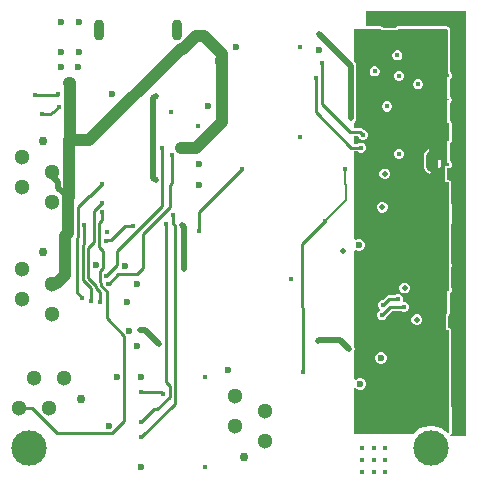
<source format=gbr>
%TF.GenerationSoftware,Altium Limited,Altium Designer,22.10.1 (41)*%
G04 Layer_Physical_Order=4*
G04 Layer_Color=16711680*
%FSLAX45Y45*%
%MOMM*%
%TF.SameCoordinates,8EF9DDD9-B046-4884-B7CB-8C41A3A7CB5C*%
%TF.FilePolarity,Positive*%
%TF.FileFunction,Copper,L4,Bot,Signal*%
%TF.Part,Single*%
G01*
G75*
%TA.AperFunction,Conductor*%
%ADD10C,0.25400*%
%TA.AperFunction,SMDPad,CuDef*%
%ADD11R,0.81000X0.99000*%
%ADD33R,0.99000X0.81000*%
%TA.AperFunction,Conductor*%
%ADD43C,0.50000*%
%ADD45C,0.20000*%
%TA.AperFunction,ComponentPad*%
%ADD46C,1.30000*%
%ADD47C,0.75000*%
%TA.AperFunction,WasherPad*%
%ADD48C,3.00000*%
%TA.AperFunction,SMDPad,CuDef*%
%ADD49C,3.00000*%
%TA.AperFunction,ComponentPad*%
%ADD50O,0.90000X1.80000*%
%TA.AperFunction,ViaPad*%
%ADD51C,0.45000*%
%ADD52C,0.50000*%
%ADD53C,0.60000*%
%TA.AperFunction,ConnectorPad*%
%ADD54R,1.15000X1.47000*%
%TA.AperFunction,Conductor*%
%ADD55C,1.00000*%
G36*
X3838184Y3846305D02*
X3842502Y3843500D01*
Y3702500D01*
Y3656501D01*
X3842502D01*
Y3653497D01*
X3842502D01*
Y3466498D01*
X3855000D01*
Y3443501D01*
X3840502D01*
Y3256501D01*
X3855000D01*
Y3243501D01*
X3840502D01*
Y3056501D01*
X3855000D01*
Y2903499D01*
X3840502D01*
Y2716500D01*
X3855000D01*
Y2689500D01*
X3817498D01*
Y2550500D01*
X3850502D01*
Y2366500D01*
X3855000D01*
Y2203501D01*
X3850502D01*
Y2016501D01*
Y1856499D01*
X3855000D01*
Y1843499D01*
X3850502D01*
Y1656499D01*
X3855000D01*
Y1633499D01*
X3840502D01*
Y1446499D01*
X3830701Y1439500D01*
X3829500D01*
Y1300500D01*
X3850502D01*
Y1136502D01*
Y976500D01*
Y833500D01*
X3850500D01*
Y646500D01*
X3855000D01*
Y431658D01*
X3842300Y426397D01*
X3821116Y447582D01*
X3789996Y468375D01*
X3755418Y482698D01*
X3718711Y489999D01*
X3681284D01*
X3644577Y482698D01*
X3609999Y468375D01*
X3578880Y447582D01*
X3553798Y422500D01*
X3052500D01*
Y806827D01*
X3065200Y812087D01*
X3074175Y803112D01*
X3092553Y795500D01*
X3112444D01*
X3130821Y803112D01*
X3144886Y817177D01*
X3152498Y835554D01*
Y855446D01*
X3144886Y873823D01*
X3130821Y887888D01*
X3112444Y895500D01*
X3092553D01*
X3074175Y887888D01*
X3065200Y878913D01*
X3052500Y884173D01*
Y1117425D01*
X3052646Y1117644D01*
X3056139Y1135202D01*
X3052646Y1152760D01*
X3052500Y1152979D01*
Y1968194D01*
X3065200Y1974151D01*
X3080054Y1967998D01*
X3099946D01*
X3118323Y1975610D01*
X3132388Y1989675D01*
X3140000Y2008053D01*
Y2027944D01*
X3132388Y2046321D01*
X3118323Y2060386D01*
X3099946Y2067998D01*
X3080054D01*
X3065200Y2061846D01*
X3052500Y2067803D01*
Y2811659D01*
X3080737D01*
X3083426Y2808970D01*
X3099046Y2802500D01*
X3115954D01*
X3131574Y2808970D01*
X3143530Y2820926D01*
X3150000Y2836546D01*
Y2853454D01*
X3143530Y2869074D01*
X3131574Y2881030D01*
X3115954Y2887500D01*
X3099046D01*
X3083426Y2881030D01*
X3080737Y2878340D01*
X3052500D01*
Y2946659D01*
X3085000D01*
Y2944046D01*
X3091470Y2928426D01*
X3103426Y2916470D01*
X3119046Y2910000D01*
X3135954D01*
X3151574Y2916470D01*
X3163530Y2928426D01*
X3170000Y2944046D01*
Y2960954D01*
X3163530Y2976574D01*
X3151574Y2988530D01*
X3135954Y2995000D01*
X3132151D01*
X3123575Y3003575D01*
X3112759Y3010802D01*
X3100000Y3013340D01*
X3052500D01*
Y3056754D01*
X3057443Y3060057D01*
X3067389Y3074942D01*
X3070882Y3092500D01*
Y3535000D01*
X3067389Y3552558D01*
X3057443Y3567443D01*
X3052500Y3572386D01*
Y3851246D01*
X3271519Y3851247D01*
X3272767Y3850000D01*
X3280500D01*
Y3839500D01*
X3419500D01*
Y3850000D01*
Y3851248D01*
X3833012Y3851250D01*
X3838184Y3846305D01*
D02*
G37*
G36*
X4000000Y3850000D02*
Y400000D01*
X3873125D01*
X3865697Y412700D01*
X3866672Y415403D01*
X3869419Y417239D01*
X3873840Y423854D01*
X3875392Y431658D01*
Y646500D01*
X3873840Y654304D01*
X3870892Y658715D01*
Y833489D01*
X3870894Y833500D01*
Y976500D01*
Y1136502D01*
Y1300500D01*
X3869342Y1308304D01*
X3864922Y1314919D01*
X3858306Y1319340D01*
X3855000Y1319997D01*
Y1432197D01*
X3856212Y1434011D01*
X3857802Y1435703D01*
X3858401Y1437287D01*
X3859342Y1438696D01*
X3859795Y1440972D01*
X3860617Y1443145D01*
X3860564Y1444839D01*
X3860894Y1446499D01*
Y1614279D01*
X3862804Y1614659D01*
X3869419Y1619080D01*
X3873840Y1625695D01*
X3875392Y1633499D01*
Y1656499D01*
X3873840Y1664302D01*
X3870894Y1668711D01*
Y1831287D01*
X3873840Y1835695D01*
X3875392Y1843499D01*
Y1856499D01*
X3873840Y1864303D01*
X3870894Y1868711D01*
Y2016501D01*
Y2191289D01*
X3873840Y2195697D01*
X3875392Y2203501D01*
Y2366500D01*
X3873840Y2374303D01*
X3870894Y2378712D01*
Y2550500D01*
X3869342Y2558304D01*
X3864922Y2564919D01*
X3858306Y2569340D01*
X3855000Y2569997D01*
Y2669108D01*
X3862804Y2670660D01*
X3869419Y2675081D01*
X3873840Y2681696D01*
X3875392Y2689500D01*
Y2716500D01*
X3873840Y2724303D01*
X3869419Y2730919D01*
X3862804Y2735339D01*
X3860894Y2735719D01*
Y2884280D01*
X3862804Y2884660D01*
X3869419Y2889080D01*
X3873840Y2895696D01*
X3875392Y2903499D01*
Y3056501D01*
X3873840Y3064305D01*
X3869419Y3070921D01*
X3862804Y3075341D01*
X3860894Y3075721D01*
Y3224282D01*
X3862804Y3224662D01*
X3869419Y3229082D01*
X3873840Y3235698D01*
X3875392Y3243501D01*
Y3256501D01*
X3873840Y3264304D01*
X3869419Y3270920D01*
X3862804Y3275340D01*
X3860894Y3275720D01*
Y3424281D01*
X3862804Y3424661D01*
X3869419Y3429081D01*
X3873840Y3435697D01*
X3875392Y3443501D01*
Y3466498D01*
X3873840Y3474302D01*
X3869419Y3480917D01*
X3862894Y3485277D01*
Y3653497D01*
X3862894Y3653500D01*
Y3656498D01*
X3862894Y3656501D01*
Y3843500D01*
X3862477Y3845598D01*
X3862449Y3847738D01*
X3861708Y3849463D01*
X3861601Y3850000D01*
X3861342Y3851303D01*
X3860153Y3853083D01*
X3859309Y3855049D01*
X3857965Y3856358D01*
X3856922Y3857919D01*
D01*
X3855142Y3859109D01*
X3855000Y3859247D01*
D01*
X3853610Y3860601D01*
X3850896Y3862364D01*
X3847106Y3865988D01*
X3843937Y3868004D01*
X3840816Y3870090D01*
X3840589Y3870135D01*
X3840393Y3870259D01*
X3836691Y3870910D01*
X3833012Y3871642D01*
X3419500Y3871640D01*
X3411696Y3870088D01*
X3405081Y3865667D01*
X3401222Y3859892D01*
X3297944D01*
X3294919Y3864419D01*
X3288304Y3868840D01*
X3280500Y3870392D01*
X3277788D01*
X3271519Y3871639D01*
X3158980Y3871638D01*
X3150000Y3880619D01*
Y4000000D01*
X4000000D01*
Y3850000D01*
D02*
G37*
%LPC*%
G36*
X3425954Y3667500D02*
X3409047D01*
X3393427Y3661030D01*
X3381471Y3649074D01*
X3375001Y3633454D01*
Y3616546D01*
X3381471Y3600926D01*
X3393427Y3588970D01*
X3409047Y3582500D01*
X3425954D01*
X3441575Y3588970D01*
X3453530Y3600926D01*
X3460000Y3616546D01*
Y3633454D01*
X3453530Y3649074D01*
X3441575Y3661030D01*
X3425954Y3667500D01*
D02*
G37*
G36*
X3232710Y3531756D02*
X3215803D01*
X3200182Y3525286D01*
X3188227Y3513330D01*
X3181756Y3497710D01*
Y3480803D01*
X3188227Y3465182D01*
X3200182Y3453227D01*
X3215803Y3446756D01*
X3232710D01*
X3248330Y3453227D01*
X3260286Y3465182D01*
X3266756Y3480803D01*
Y3497710D01*
X3260286Y3513330D01*
X3248330Y3525286D01*
X3232710Y3531756D01*
D02*
G37*
G36*
X3438653Y3492500D02*
X3421746D01*
X3406126Y3486030D01*
X3394170Y3474074D01*
X3387700Y3458454D01*
Y3441546D01*
X3394170Y3425926D01*
X3406126Y3413970D01*
X3421746Y3407500D01*
X3438653D01*
X3454274Y3413970D01*
X3466229Y3425926D01*
X3472699Y3441546D01*
Y3458454D01*
X3466229Y3474074D01*
X3454274Y3486030D01*
X3438653Y3492500D01*
D02*
G37*
G36*
X3598454Y3422500D02*
X3581546D01*
X3565926Y3416030D01*
X3553970Y3404074D01*
X3547500Y3388454D01*
Y3371546D01*
X3553970Y3355926D01*
X3565926Y3343970D01*
X3581546Y3337500D01*
X3598454D01*
X3614074Y3343970D01*
X3626030Y3355926D01*
X3632500Y3371546D01*
Y3388454D01*
X3626030Y3404074D01*
X3614074Y3416030D01*
X3598454Y3422500D01*
D02*
G37*
G36*
X3338454Y3235000D02*
X3321546D01*
X3305926Y3228530D01*
X3293970Y3216574D01*
X3287500Y3200954D01*
Y3184046D01*
X3293970Y3168426D01*
X3305926Y3156470D01*
X3321546Y3150000D01*
X3338454D01*
X3354074Y3156470D01*
X3366030Y3168426D01*
X3372500Y3184046D01*
Y3200954D01*
X3366030Y3216574D01*
X3354074Y3228530D01*
X3338454Y3235000D01*
D02*
G37*
G36*
X3438454Y2832500D02*
X3421546D01*
X3405926Y2826030D01*
X3393970Y2814074D01*
X3387500Y2798454D01*
Y2781546D01*
X3393970Y2765926D01*
X3405926Y2753970D01*
X3421546Y2747500D01*
X3438454D01*
X3454074Y2753970D01*
X3466030Y2765926D01*
X3472500Y2781546D01*
Y2798454D01*
X3466030Y2814074D01*
X3454074Y2826030D01*
X3438454Y2832500D01*
D02*
G37*
G36*
X3712999Y2838939D02*
X3694725Y2836533D01*
X3677697Y2829480D01*
X3663074Y2818260D01*
X3651854Y2803637D01*
X3644801Y2786609D01*
X3642395Y2768335D01*
Y2689168D01*
X3644801Y2670894D01*
X3651854Y2653866D01*
X3663074Y2639243D01*
X3677697Y2628023D01*
X3694725Y2620970D01*
X3712999Y2618564D01*
X3731272Y2620970D01*
X3748301Y2628023D01*
X3762923Y2639243D01*
X3774144Y2653866D01*
X3781197Y2670894D01*
X3783603Y2689168D01*
Y2768335D01*
X3781197Y2786609D01*
X3774144Y2803637D01*
X3762923Y2818260D01*
X3748301Y2829480D01*
X3731272Y2836533D01*
X3712999Y2838939D01*
D02*
G37*
G36*
X3318952Y2667499D02*
X3301050D01*
X3284511Y2660648D01*
X3271852Y2647990D01*
X3265001Y2631450D01*
Y2613548D01*
X3271852Y2597009D01*
X3284511Y2584350D01*
X3301050Y2577499D01*
X3318952D01*
X3335491Y2584350D01*
X3348150Y2597009D01*
X3355001Y2613548D01*
Y2631450D01*
X3348150Y2647990D01*
X3335491Y2660648D01*
X3318952Y2667499D01*
D02*
G37*
G36*
X3298951Y2385000D02*
X3281049D01*
X3264510Y2378149D01*
X3251851Y2365490D01*
X3245000Y2348951D01*
Y2331049D01*
X3251851Y2314509D01*
X3264510Y2301851D01*
X3281049Y2295000D01*
X3298951D01*
X3315490Y2301851D01*
X3328149Y2314509D01*
X3335000Y2331049D01*
Y2348951D01*
X3328149Y2365490D01*
X3315490Y2378149D01*
X3298951Y2385000D01*
D02*
G37*
G36*
X3486450Y1699998D02*
X3468548D01*
X3452008Y1693147D01*
X3439350Y1680488D01*
X3432499Y1663949D01*
Y1646047D01*
X3439350Y1629508D01*
X3452008Y1616849D01*
X3468548Y1609998D01*
X3486450D01*
X3502989Y1616849D01*
X3515648Y1629508D01*
X3522499Y1646047D01*
Y1663949D01*
X3515648Y1680488D01*
X3502989Y1693147D01*
X3486450Y1699998D01*
D02*
G37*
G36*
X3428452Y1605001D02*
X3411545D01*
X3395924Y1598531D01*
X3394464Y1597071D01*
X3349198D01*
X3336439Y1594533D01*
X3325623Y1587306D01*
X3293598Y1555281D01*
X3286264D01*
X3270643Y1548810D01*
X3258688Y1536855D01*
X3252218Y1521234D01*
Y1504327D01*
X3258688Y1488707D01*
X3269194Y1478201D01*
X3269336Y1470032D01*
X3268169Y1464030D01*
X3260928Y1461031D01*
X3248973Y1449075D01*
X3242503Y1433455D01*
Y1416547D01*
X3248973Y1400927D01*
X3260928Y1388971D01*
X3276549Y1382501D01*
X3293456D01*
X3309076Y1388971D01*
X3321032Y1400927D01*
X3327502Y1416547D01*
Y1420350D01*
X3368811Y1461660D01*
X3448237D01*
X3450926Y1458970D01*
X3466546Y1452500D01*
X3483454D01*
X3499074Y1458970D01*
X3511030Y1470926D01*
X3517500Y1486546D01*
Y1503454D01*
X3511030Y1519074D01*
X3499074Y1531030D01*
X3483454Y1537500D01*
X3469390D01*
X3462661Y1544386D01*
X3460259Y1548642D01*
X3462498Y1554048D01*
Y1570955D01*
X3456028Y1586575D01*
X3444072Y1598531D01*
X3428452Y1605001D01*
D02*
G37*
G36*
X3588953Y1432786D02*
X3571051D01*
X3554511Y1425935D01*
X3541853Y1413277D01*
X3535002Y1396737D01*
Y1378835D01*
X3541853Y1362296D01*
X3554511Y1349637D01*
X3571051Y1342786D01*
X3588953D01*
X3605492Y1349637D01*
X3618151Y1362296D01*
X3625002Y1378835D01*
Y1396737D01*
X3618151Y1413277D01*
X3605492Y1425935D01*
X3588953Y1432786D01*
D02*
G37*
G36*
X3287445Y1112502D02*
X3267554D01*
X3249176Y1104890D01*
X3235111Y1090825D01*
X3227499Y1072448D01*
Y1052557D01*
X3235111Y1034180D01*
X3249176Y1020114D01*
X3267554Y1012502D01*
X3287445D01*
X3305822Y1020114D01*
X3319887Y1034180D01*
X3327499Y1052557D01*
Y1072448D01*
X3319887Y1090825D01*
X3305822Y1104890D01*
X3287445Y1112502D01*
D02*
G37*
%LPD*%
D10*
X323332Y638500D02*
X534530Y427302D01*
X214000Y638500D02*
X323332D01*
X912545Y2228040D02*
Y2295112D01*
X892346Y2207842D02*
X912545Y2228040D01*
X892346Y2001141D02*
Y2207842D01*
Y2001141D02*
X924530Y1968957D01*
Y1824025D02*
Y1968957D01*
X897875Y1797370D02*
X924530Y1824025D01*
X897875Y1707055D02*
Y1797370D01*
Y1707055D02*
X910599Y1694331D01*
Y1671331D02*
Y1694331D01*
Y1671331D02*
X954702Y1627228D01*
Y1399127D02*
Y1627228D01*
Y1399127D02*
X1102698Y1251131D01*
Y532026D02*
Y1251131D01*
X997973Y427302D02*
X1102698Y532026D01*
X534530Y427302D02*
X997973D01*
X2607500Y1495152D02*
Y2027500D01*
Y1495152D02*
X2617500Y1485152D01*
Y947500D02*
Y1485152D01*
X2607500Y2027500D02*
X2802500Y2222500D01*
X542196Y3300000D02*
X547500D01*
X846946Y2045193D02*
Y2309518D01*
X799130Y1997376D02*
X846946Y2045193D01*
X951297Y2059913D02*
X992414D01*
X947546Y2056162D02*
X951297Y2059913D01*
X992414D02*
X1112502Y2180001D01*
X846946Y2309518D02*
X912545Y2375116D01*
X708330Y1616046D02*
Y2081455D01*
Y1616046D02*
X746248Y1578128D01*
Y1572824D02*
Y1578128D01*
X953075Y1757996D02*
X1047300Y1852221D01*
X899502Y1540000D02*
Y1618223D01*
X1510000Y2545893D02*
Y2780000D01*
X1494754Y2530648D02*
X1510000Y2545893D01*
X1427700Y2350670D02*
Y2829705D01*
X712340Y2344889D02*
X805582Y2438131D01*
X815552D01*
X912545Y2535124D01*
X1420069Y2837335D02*
X1427700Y2829705D01*
X1420069Y2837335D02*
Y2842639D01*
X1737585Y2135104D02*
Y2295085D01*
X2102500Y2660000D01*
X2780000Y3215001D02*
Y3559998D01*
X3015000Y2980000D02*
X3100000D01*
X2780000Y3215001D02*
X3015000Y2980000D01*
X3100000D02*
X3127500Y2952500D01*
X3025000Y2845000D02*
X3107500D01*
X2724799Y3145200D02*
Y3434999D01*
Y3145200D02*
X3025000Y2845000D01*
X1454800Y862700D02*
Y2200001D01*
X1490200Y734635D02*
Y827300D01*
X1454800Y862700D02*
X1490200Y827300D01*
X1384257Y628692D02*
X1490200Y734635D01*
X1535600Y677598D02*
Y2183062D01*
X1250000Y391998D02*
X1535600Y677598D01*
X1264376Y2111877D02*
X1494754Y2342255D01*
X1264376Y1825703D02*
Y2111877D01*
X1494754Y2342255D02*
Y2530648D01*
X1515374Y2203287D02*
X1535600Y2183062D01*
X1515374Y2203287D02*
Y2271212D01*
X1047300Y1852221D02*
Y1970270D01*
X1427700Y2350670D01*
X1112502Y2180001D02*
X1178966D01*
X3355001Y1495000D02*
X3475000D01*
X3418774Y1563731D02*
X3419998Y1562501D01*
X865199Y1652526D02*
X899502Y1618223D01*
X712340Y2085465D02*
Y2344889D01*
X350000Y3292500D02*
X534696D01*
X542196Y3300000D01*
X492969Y3142967D02*
X503365D01*
X549998Y3189600D01*
X482503Y3132500D02*
X492969Y3142967D01*
X753730Y2016181D02*
X767540Y2029991D01*
X753730Y1722790D02*
Y2016181D01*
Y1722790D02*
X819799Y1656720D01*
Y1547500D02*
Y1656720D01*
X1054348Y1771140D02*
X1209813D01*
X973205Y1689997D02*
X1054348Y1771140D01*
X969998Y1689997D02*
X973205D01*
X799130Y1741595D02*
Y1997376D01*
Y1741595D02*
X865199Y1675525D01*
Y1652526D02*
Y1675525D01*
X708330Y2081455D02*
X712340Y2085465D01*
X767540Y2029991D02*
Y2190107D01*
X1209813Y1771140D02*
X1264376Y1825703D01*
X1429696Y757500D02*
X1435000D01*
X1250000Y518998D02*
X1359694Y628692D01*
X1250000Y772998D02*
X1414198D01*
X1359694Y628692D02*
X1384257D01*
X1414198Y772998D02*
X1429696Y757500D01*
X3298248Y1512781D02*
X3349198Y1563731D01*
X3285002Y1425001D02*
X3355001Y1495000D01*
X3294718Y1512781D02*
X3298248D01*
X407500Y3132500D02*
X482503D01*
X3349198Y1563731D02*
X3418774D01*
D11*
X3752002Y1370000D02*
D03*
X3890000D02*
D03*
X3877998Y2620000D02*
D03*
X3740000D02*
D03*
D33*
X3350000Y3762002D02*
D03*
Y3900000D02*
D03*
D43*
X487500Y2613352D02*
Y2635000D01*
Y2613352D02*
X546010Y2554842D01*
Y2505262D02*
Y2554842D01*
Y2505262D02*
X628269Y2423003D01*
X641010Y3389513D02*
X651500Y3399998D01*
X1607500Y1819245D02*
Y1839290D01*
X1609791Y1841581D01*
X2742500Y1207500D02*
X2750000Y1215000D01*
X2930459D01*
X3010257Y1135202D01*
X3025000Y3092500D02*
Y3535000D01*
X2750000Y3810000D02*
X3025000Y3535000D01*
X1240000Y1300000D02*
X1277795D01*
X1394923Y1182872D01*
X1394927D01*
X1349954Y3264952D02*
X1370000Y3285002D01*
X1594185Y2189505D02*
X1609791Y2173905D01*
X1349954Y2590048D02*
Y3264952D01*
Y2590048D02*
X1370000Y2570002D01*
X1609791Y1841581D02*
Y2173905D01*
X628269Y2423003D02*
X641010D01*
D45*
X2975000Y2536044D02*
X2985000Y2526044D01*
X2975000Y2536044D02*
Y2662500D01*
X2985000Y2405000D02*
Y2526044D01*
X2802500Y2222500D02*
X2985000Y2405000D01*
D46*
X491999Y2381000D02*
D03*
X237999Y2508000D02*
D03*
Y2762000D02*
D03*
X491999Y2635000D02*
D03*
X468000Y638500D02*
D03*
X214000D02*
D03*
X341000Y892500D02*
D03*
X595000D02*
D03*
X2297498Y616500D02*
D03*
Y362500D02*
D03*
X2043498Y743500D02*
D03*
Y489500D02*
D03*
X237999Y1817000D02*
D03*
X491999Y1690000D02*
D03*
X237999Y1563000D02*
D03*
X491999Y1436000D02*
D03*
D47*
X417999Y2902000D02*
D03*
X735000Y712500D02*
D03*
X2117498Y222500D02*
D03*
X417999Y1957000D02*
D03*
D48*
X299999Y299999D02*
D03*
X3699998D02*
D03*
D49*
X299999D02*
D03*
D50*
X894999Y3842502D02*
D03*
X1554998D02*
D03*
D51*
X3900000Y2640000D02*
D03*
X2617500Y947500D02*
D03*
X2750000Y3810000D02*
D03*
X2975000Y2662500D02*
D03*
X3025000Y3092500D02*
D03*
X2802500Y2222500D02*
D03*
X651500Y3399998D02*
D03*
X547500Y3300000D02*
D03*
X947546Y2056162D02*
D03*
X960000Y2127500D02*
D03*
X746248Y1572824D02*
D03*
X953075Y1757996D02*
D03*
X899502Y1540000D02*
D03*
X1607500Y1819245D02*
D03*
X1510000Y2780000D02*
D03*
X1589289Y2842639D02*
D03*
X1500000Y3150000D02*
D03*
X1420069Y2842639D02*
D03*
X912545Y2375116D02*
D03*
Y2295112D02*
D03*
Y2535124D02*
D03*
X1737585Y2135104D02*
D03*
X2742500Y1207500D02*
D03*
X1515374Y2271212D02*
D03*
X1178966Y2180001D02*
D03*
X3590000Y3380000D02*
D03*
X3010257Y1135202D02*
D03*
X3215000Y300000D02*
D03*
X3115000D02*
D03*
X3315000Y200000D02*
D03*
X3315000Y300465D02*
D03*
X3315000Y100000D02*
D03*
X3115000D02*
D03*
X3215000Y200000D02*
D03*
X3115000D02*
D03*
X3215000Y100000D02*
D03*
X3105713Y536000D02*
D03*
Y613500D02*
D03*
Y697500D02*
D03*
Y463500D02*
D03*
X3206785Y602500D02*
D03*
Y697500D02*
D03*
Y527500D02*
D03*
Y452500D02*
D03*
X3307857Y455000D02*
D03*
Y605000D02*
D03*
Y527500D02*
D03*
Y697500D02*
D03*
X3408928D02*
D03*
Y467500D02*
D03*
Y542500D02*
D03*
X3510000Y467500D02*
D03*
Y540000D02*
D03*
Y697500D02*
D03*
X3611072Y547500D02*
D03*
Y697500D02*
D03*
X3712143Y622500D02*
D03*
Y697500D02*
D03*
X3813215Y622500D02*
D03*
Y697500D02*
D03*
X3611072Y617500D02*
D03*
X3510000D02*
D03*
X3408928D02*
D03*
X3287502Y3745001D02*
D03*
X3205002D02*
D03*
X3479998Y3747501D02*
D03*
X3372500Y3745001D02*
D03*
X3712499Y1323333D02*
D03*
Y1230000D02*
D03*
Y1510000D02*
D03*
Y1416667D02*
D03*
X3475000Y1495000D02*
D03*
X3419998Y1562501D02*
D03*
X3430200Y3450000D02*
D03*
X549998Y3189600D02*
D03*
X1780000Y3790000D02*
D03*
X969998Y1689997D02*
D03*
X1727998Y3030000D02*
D03*
X1454800Y2200001D02*
D03*
X1240000Y1300000D02*
D03*
X3902500Y1406666D02*
D03*
Y1313333D02*
D03*
Y1220000D02*
D03*
X3920000Y2570000D02*
D03*
Y2763333D02*
D03*
Y2860000D02*
D03*
X3712999Y2610000D02*
D03*
Y2689168D02*
D03*
X3920000Y2110000D02*
D03*
X3090000Y1880000D02*
D03*
X1394927Y1182872D02*
D03*
X2520000Y1730000D02*
D03*
X3430000Y2790000D02*
D03*
X3950000Y3950000D02*
D03*
Y3850000D02*
D03*
Y3750000D02*
D03*
X3955000Y730000D02*
D03*
X3330000Y3192500D02*
D03*
X3107500Y2845000D02*
D03*
X3127500Y2952500D02*
D03*
X2724799Y3434999D02*
D03*
X3417501Y3625000D02*
D03*
X3224256Y3489256D02*
D03*
X1435000Y757500D02*
D03*
X2102500Y2660000D02*
D03*
X767540Y2190107D02*
D03*
X3902500Y1499999D02*
D03*
X3294718Y1512781D02*
D03*
X1370000Y3285002D02*
D03*
X407500Y3132500D02*
D03*
X350000Y3292500D02*
D03*
X1594185Y2189505D02*
D03*
X819799Y1547500D02*
D03*
X3712999Y2768335D02*
D03*
X3457499Y3932499D02*
D03*
X3350001D02*
D03*
X3239999D02*
D03*
X2588981Y3692098D02*
D03*
Y2930098D02*
D03*
X1792402Y899998D02*
D03*
Y137998D02*
D03*
X3285002Y1425001D02*
D03*
X3712999Y2847503D02*
D03*
X2780000Y3559998D02*
D03*
X1370000Y2570002D02*
D03*
X1250000Y772998D02*
D03*
Y518998D02*
D03*
Y391998D02*
D03*
D52*
X2960000Y1965000D02*
D03*
X3947500Y3499998D02*
D03*
Y3619998D02*
D03*
X3290000Y2340000D02*
D03*
X3580002Y1387786D02*
D03*
X3945500Y3339998D02*
D03*
X3477499Y1654998D02*
D03*
X3310001Y2622499D02*
D03*
D53*
X567502Y3657498D02*
D03*
X722498D02*
D03*
X1737585Y2527623D02*
D03*
X1815536Y3199460D02*
D03*
X1210000Y1162500D02*
D03*
X1147500Y1295000D02*
D03*
X972002Y490002D02*
D03*
X1896949Y3577104D02*
D03*
X1210000Y1690000D02*
D03*
X1130000Y1540000D02*
D03*
X861830Y1849996D02*
D03*
X1110000Y1840000D02*
D03*
X3090000Y2017998D02*
D03*
X1985000Y964497D02*
D03*
X1250000Y899998D02*
D03*
X1039998D02*
D03*
X2046580Y3692098D02*
D03*
X722498Y3907500D02*
D03*
X572501D02*
D03*
X715000Y3530001D02*
D03*
X572501Y3527501D02*
D03*
X997499Y3302498D02*
D03*
X1737584Y2707630D02*
D03*
X3277499Y1062502D02*
D03*
X3102498Y845500D02*
D03*
X2750000Y3671997D02*
D03*
X1250000Y137998D02*
D03*
D54*
X3752000Y740000D02*
D03*
X3928000D02*
D03*
X3920002Y3559998D02*
D03*
X3744001D02*
D03*
X3928002Y1949999D02*
D03*
X3752001D02*
D03*
Y910002D02*
D03*
X3928002D02*
D03*
X3752001Y1070000D02*
D03*
X3928002D02*
D03*
X3752001Y1230002D02*
D03*
X3928002D02*
D03*
X3742001Y1539999D02*
D03*
X3918002D02*
D03*
X3752001Y1749999D02*
D03*
X3928002D02*
D03*
X3752001Y2110001D02*
D03*
X3928002D02*
D03*
X3762001Y2279998D02*
D03*
X3938002D02*
D03*
X3752001Y2460000D02*
D03*
X3928002D02*
D03*
X3742001Y2809999D02*
D03*
X3918002D02*
D03*
X3744001Y3750000D02*
D03*
X3920002D02*
D03*
X3742001Y3150001D02*
D03*
X3918002D02*
D03*
X3742001Y3350001D02*
D03*
X3918002D02*
D03*
D55*
X3712999Y2689168D02*
Y2768335D01*
X1930000Y3060000D02*
Y3577104D01*
Y3640000D01*
X497739Y1695740D02*
X536250D01*
X491999Y1690000D02*
X497739Y1695740D01*
X536250D02*
X604088Y1763579D01*
Y2094169D01*
X1589289Y2842639D02*
X1712639D01*
X1930000Y3060000D01*
X628269Y2118350D02*
Y2423003D01*
X604088Y2094169D02*
X628269Y2118350D01*
X1710131Y3790000D02*
X1780000D01*
X1602633Y3682502D02*
X1710131Y3790000D01*
X1780000D02*
X1930000Y3640000D01*
X642498Y2906258D02*
X806258D01*
X1582502Y3682502D01*
X1602633D01*
X641010Y3389513D02*
X642498Y3388025D01*
X641010Y2423003D02*
Y2904769D01*
X642498Y2906258D01*
Y3388025D01*
%TF.MD5,2cde2b0719d0f8ec9bba45c4bed25b77*%
M02*

</source>
